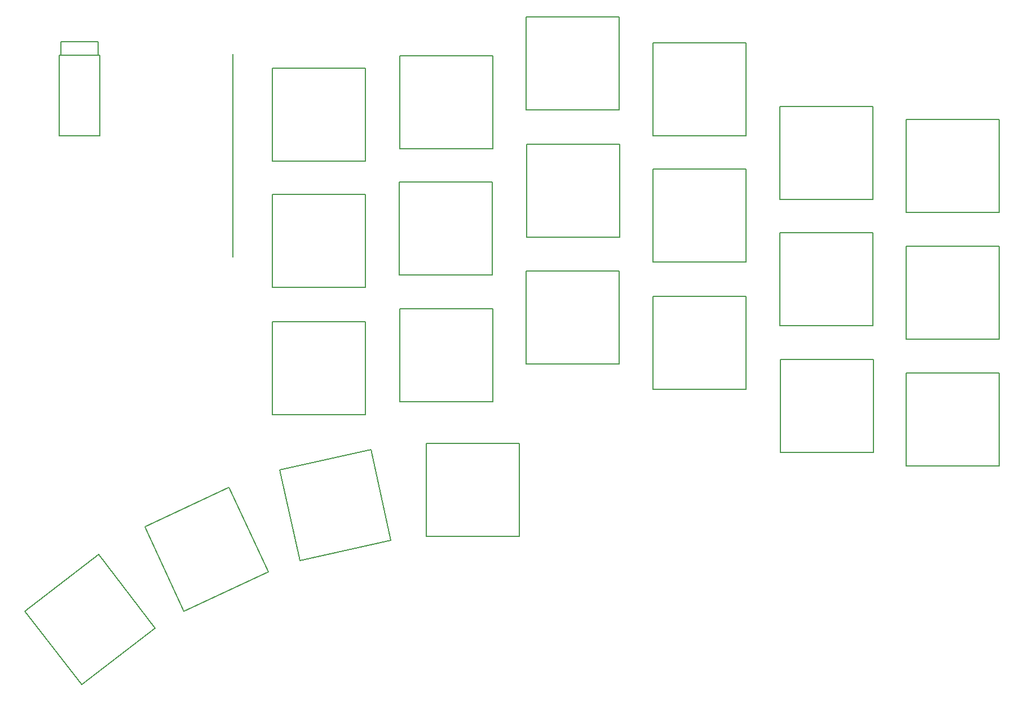
<source format=gbr>
%TF.GenerationSoftware,KiCad,Pcbnew,7.0.6*%
%TF.CreationDate,2024-02-22T22:41:17+11:00*%
%TF.ProjectId,Pteron36v0,50746572-6f6e-4333-9676-302e6b696361,rev?*%
%TF.SameCoordinates,Original*%
%TF.FileFunction,Other,ECO2*%
%FSLAX46Y46*%
G04 Gerber Fmt 4.6, Leading zero omitted, Abs format (unit mm)*
G04 Created by KiCad (PCBNEW 7.0.6) date 2024-02-22 22:41:17*
%MOMM*%
%LPD*%
G01*
G04 APERTURE LIST*
%ADD10C,0.152400*%
%ADD11C,0.150000*%
G04 APERTURE END LIST*
D10*
%TO.C,SW25*%
X168671513Y-118505813D02*
X182641513Y-118505813D01*
X182641513Y-132475813D02*
X168671513Y-132475813D01*
X168671513Y-132475813D02*
X168671513Y-118505813D01*
X182641513Y-118505813D02*
X182641513Y-132475813D01*
%TO.C,SW7*%
X221704902Y-81846632D02*
X221704902Y-67876632D01*
X221704902Y-67876632D02*
X235674902Y-67876632D01*
X235674902Y-67876632D02*
X235674902Y-81846632D01*
X235674902Y-81846632D02*
X221704902Y-81846632D01*
%TO.C,SW3*%
X254674902Y-121946632D02*
X240704902Y-121946632D01*
X254674902Y-107976632D02*
X254674902Y-121946632D01*
X240704902Y-121946632D02*
X240704902Y-107976632D01*
X240704902Y-107976632D02*
X254674902Y-107976632D01*
%TO.C,SW2*%
X254674902Y-102896632D02*
X240704902Y-102896632D01*
X254674902Y-88926632D02*
X254674902Y-102896632D01*
X240704902Y-102896632D02*
X240704902Y-88926632D01*
X240704902Y-88926632D02*
X254674902Y-88926632D01*
%TO.C,SW1*%
X254674902Y-83846632D02*
X240704902Y-83846632D01*
X254674902Y-69876632D02*
X254674902Y-83846632D01*
X240704902Y-83846632D02*
X240704902Y-69876632D01*
X240704902Y-69876632D02*
X254674902Y-69876632D01*
%TO.C,SW20*%
X116881848Y-154816764D02*
X108377451Y-143733617D01*
X127964995Y-146312367D02*
X116881848Y-154816764D01*
X108377451Y-143733617D02*
X119460598Y-135229220D01*
X119460598Y-135229220D02*
X127964995Y-146312367D01*
D11*
%TO.C,U1*%
X139630968Y-60029844D02*
X139630968Y-90509844D01*
D10*
%TO.C,SW27*%
X145549645Y-95119727D02*
X145549645Y-81149727D01*
X159519645Y-95119727D02*
X145549645Y-95119727D01*
X145549645Y-81149727D02*
X159519645Y-81149727D01*
X159519645Y-81149727D02*
X159519645Y-95119727D01*
%TO.C,SW19*%
X183629760Y-106585009D02*
X183629760Y-92615009D01*
X197599760Y-106585009D02*
X183629760Y-106585009D01*
X183629760Y-92615009D02*
X197599760Y-92615009D01*
X197599760Y-92615009D02*
X197599760Y-106585009D01*
%TO.C,SW26*%
X159476001Y-62114832D02*
X159476001Y-76084832D01*
X145506001Y-62114832D02*
X159476001Y-62114832D01*
X159476001Y-76084832D02*
X145506001Y-76084832D01*
X145506001Y-76084832D02*
X145506001Y-62114832D01*
%TO.C,SW23*%
X178562782Y-93234207D02*
X164592782Y-93234207D01*
X164592782Y-93234207D02*
X164592782Y-79264207D01*
X164592782Y-79264207D02*
X178562782Y-79264207D01*
X178562782Y-79264207D02*
X178562782Y-93234207D01*
%TO.C,SW28*%
X159539023Y-114245179D02*
X145569023Y-114245179D01*
X159539023Y-100275179D02*
X159539023Y-114245179D01*
X145569023Y-114245179D02*
X145569023Y-100275179D01*
X145569023Y-100275179D02*
X159539023Y-100275179D01*
%TO.C,SW22*%
X178609694Y-74223582D02*
X164639694Y-74223582D01*
X164639694Y-74223582D02*
X164639694Y-60253582D01*
X178609694Y-60253582D02*
X178609694Y-74223582D01*
X164639694Y-60253582D02*
X178609694Y-60253582D01*
%TO.C,SW24*%
X164636427Y-98299103D02*
X178606427Y-98299103D01*
X178606427Y-98299103D02*
X178606427Y-112269103D01*
X164636427Y-112269103D02*
X164636427Y-98299103D01*
X178606427Y-112269103D02*
X164636427Y-112269103D01*
%TO.C,SW12*%
X216687729Y-58324418D02*
X216687729Y-72294418D01*
X202717729Y-72294418D02*
X202717729Y-58324418D01*
X216687729Y-72294418D02*
X202717729Y-72294418D01*
X202717729Y-58324418D02*
X216687729Y-58324418D01*
%TO.C,SW10*%
X160312995Y-119482476D02*
X163336656Y-133121331D01*
X146674140Y-122506137D02*
X160312995Y-119482476D01*
X149697801Y-136144992D02*
X146674140Y-122506137D01*
X163336656Y-133121331D02*
X149697801Y-136144992D01*
%TO.C,SW9*%
X221792191Y-105946435D02*
X235762191Y-105946435D01*
X221792191Y-119916435D02*
X221792191Y-105946435D01*
X235762191Y-119916435D02*
X221792191Y-119916435D01*
X235762191Y-105946435D02*
X235762191Y-119916435D01*
%TO.C,SW8*%
X221748550Y-86911534D02*
X235718550Y-86911534D01*
X235718550Y-100881534D02*
X221748550Y-100881534D01*
X235718550Y-86911534D02*
X235718550Y-100881534D01*
X221748550Y-100881534D02*
X221748550Y-86911534D01*
%TO.C,SW17*%
X183657292Y-54478929D02*
X197627292Y-54478929D01*
X183657292Y-68448929D02*
X183657292Y-54478929D01*
X197627292Y-54478929D02*
X197627292Y-68448929D01*
X197627292Y-68448929D02*
X183657292Y-68448929D01*
%TO.C,SW15*%
X132276038Y-143752221D02*
X126372061Y-131091102D01*
X144937157Y-137848244D02*
X132276038Y-143752221D01*
X139033180Y-125187125D02*
X144937157Y-137848244D01*
X126372061Y-131091102D02*
X139033180Y-125187125D01*
%TO.C,SW14*%
X216660192Y-96460490D02*
X216660192Y-110430490D01*
X216660192Y-110430490D02*
X202690192Y-110430490D01*
X202690192Y-110430490D02*
X202690192Y-96460490D01*
X202690192Y-96460490D02*
X216660192Y-96460490D01*
%TO.C,SW18*%
X183676675Y-87574380D02*
X183676675Y-73604380D01*
X183676675Y-73604380D02*
X197646675Y-73604380D01*
X197646675Y-87574380D02*
X183676675Y-87574380D01*
X197646675Y-73604380D02*
X197646675Y-87574380D01*
%TO.C,SW13*%
X202670820Y-91305046D02*
X202670820Y-77335046D01*
X216640820Y-77335046D02*
X216640820Y-91305046D01*
X216640820Y-91305046D02*
X202670820Y-91305046D01*
X202670820Y-77335046D02*
X216640820Y-77335046D01*
D11*
%TO.C,J2*%
X119367769Y-60180142D02*
X119367769Y-58180142D01*
X113767769Y-60180142D02*
X113767769Y-58180142D01*
X119617769Y-60180142D02*
X119617769Y-72280142D01*
X113767769Y-58180142D02*
X119367769Y-58180142D01*
X113517769Y-72280142D02*
X119617769Y-72280142D01*
X113517769Y-60180142D02*
X119617769Y-60180142D01*
X113517769Y-60180142D02*
X113517769Y-72280142D01*
%TD*%
M02*

</source>
